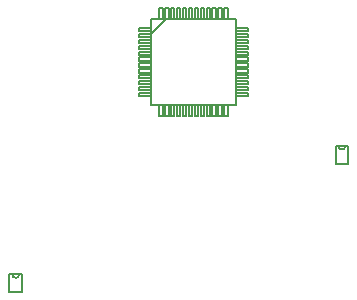
<source format=gbr>
G04 #@! TF.FileFunction,Drawing*
%FSLAX46Y46*%
G04 Gerber Fmt 4.6, Leading zero omitted, Abs format (unit mm)*
G04 Created by KiCad (PCBNEW 4.0.7-e2-6376~58~ubuntu16.04.1) date Mon Apr 30 10:34:26 2018*
%MOMM*%
%LPD*%
G01*
G04 APERTURE LIST*
%ADD10C,0.100000*%
%ADD11C,0.152400*%
G04 APERTURE END LIST*
D10*
D11*
X151450300Y-134594600D02*
X151729700Y-134594600D01*
X151729700Y-134594600D02*
X151729700Y-133604000D01*
X151729700Y-133604000D02*
X151450300Y-133604000D01*
X151450300Y-133604000D02*
X151450300Y-134594600D01*
X150950300Y-134594600D02*
X151229700Y-134594600D01*
X151229700Y-134594600D02*
X151229700Y-133604000D01*
X151229700Y-133604000D02*
X150950300Y-133604000D01*
X150950300Y-133604000D02*
X150950300Y-134594600D01*
X150450300Y-134594600D02*
X150729700Y-134594600D01*
X150729700Y-134594600D02*
X150729700Y-133604000D01*
X150729700Y-133604000D02*
X150450300Y-133604000D01*
X150450300Y-133604000D02*
X150450300Y-134594600D01*
X149950300Y-134594600D02*
X150229700Y-134594600D01*
X150229700Y-134594600D02*
X150229700Y-133604000D01*
X150229700Y-133604000D02*
X149950300Y-133604000D01*
X149950300Y-133604000D02*
X149950300Y-134594600D01*
X149450300Y-134594600D02*
X149729700Y-134594600D01*
X149729700Y-134594600D02*
X149729700Y-133604000D01*
X149729700Y-133604000D02*
X149450300Y-133604000D01*
X149450300Y-133604000D02*
X149450300Y-134594600D01*
X148950300Y-134594600D02*
X149229700Y-134594600D01*
X149229700Y-134594600D02*
X149229700Y-133604000D01*
X149229700Y-133604000D02*
X148950300Y-133604000D01*
X148950300Y-133604000D02*
X148950300Y-134594600D01*
X148450300Y-134594600D02*
X148729700Y-134594600D01*
X148729700Y-134594600D02*
X148729700Y-133604000D01*
X148729700Y-133604000D02*
X148450300Y-133604000D01*
X148450300Y-133604000D02*
X148450300Y-134594600D01*
X147950300Y-134594600D02*
X148229700Y-134594600D01*
X148229700Y-134594600D02*
X148229700Y-133604000D01*
X148229700Y-133604000D02*
X147950300Y-133604000D01*
X147950300Y-133604000D02*
X147950300Y-134594600D01*
X147450300Y-134594600D02*
X147729700Y-134594600D01*
X147729700Y-134594600D02*
X147729700Y-133604000D01*
X147729700Y-133604000D02*
X147450300Y-133604000D01*
X147450300Y-133604000D02*
X147450300Y-134594600D01*
X146950300Y-134594600D02*
X147229700Y-134594600D01*
X147229700Y-134594600D02*
X147229700Y-133604000D01*
X147229700Y-133604000D02*
X146950300Y-133604000D01*
X146950300Y-133604000D02*
X146950300Y-134594600D01*
X146450300Y-134594600D02*
X146729700Y-134594600D01*
X146729700Y-134594600D02*
X146729700Y-133604000D01*
X146729700Y-133604000D02*
X146450300Y-133604000D01*
X146450300Y-133604000D02*
X146450300Y-134594600D01*
X145950300Y-134594600D02*
X146229700Y-134594600D01*
X146229700Y-134594600D02*
X146229700Y-133604000D01*
X146229700Y-133604000D02*
X145950300Y-133604000D01*
X145950300Y-133604000D02*
X145950300Y-134594600D01*
X145233200Y-135591100D02*
X145233200Y-135311700D01*
X145233200Y-135311700D02*
X144242600Y-135311700D01*
X144242600Y-135311700D02*
X144242600Y-135591100D01*
X144242600Y-135591100D02*
X145233200Y-135591100D01*
X145233200Y-136091100D02*
X145233200Y-135811700D01*
X145233200Y-135811700D02*
X144242600Y-135811700D01*
X144242600Y-135811700D02*
X144242600Y-136091100D01*
X144242600Y-136091100D02*
X145233200Y-136091100D01*
X145233200Y-136591100D02*
X145233200Y-136311700D01*
X145233200Y-136311700D02*
X144242600Y-136311700D01*
X144242600Y-136311700D02*
X144242600Y-136591100D01*
X144242600Y-136591100D02*
X145233200Y-136591100D01*
X145233200Y-137091100D02*
X145233200Y-136811700D01*
X145233200Y-136811700D02*
X144242600Y-136811700D01*
X144242600Y-136811700D02*
X144242600Y-137091100D01*
X144242600Y-137091100D02*
X145233200Y-137091100D01*
X145233200Y-137591100D02*
X145233200Y-137311700D01*
X145233200Y-137311700D02*
X144242600Y-137311700D01*
X144242600Y-137311700D02*
X144242600Y-137591100D01*
X144242600Y-137591100D02*
X145233200Y-137591100D01*
X145233200Y-138091100D02*
X145233200Y-137811700D01*
X145233200Y-137811700D02*
X144242600Y-137811700D01*
X144242600Y-137811700D02*
X144242600Y-138091100D01*
X144242600Y-138091100D02*
X145233200Y-138091100D01*
X145233200Y-138591100D02*
X145233200Y-138311700D01*
X145233200Y-138311700D02*
X144242600Y-138311700D01*
X144242600Y-138311700D02*
X144242600Y-138591100D01*
X144242600Y-138591100D02*
X145233200Y-138591100D01*
X145233200Y-139091100D02*
X145233200Y-138811700D01*
X145233200Y-138811700D02*
X144242600Y-138811700D01*
X144242600Y-138811700D02*
X144242600Y-139091100D01*
X144242600Y-139091100D02*
X145233200Y-139091100D01*
X145233200Y-139591100D02*
X145233200Y-139311700D01*
X145233200Y-139311700D02*
X144242600Y-139311700D01*
X144242600Y-139311700D02*
X144242600Y-139591100D01*
X144242600Y-139591100D02*
X145233200Y-139591100D01*
X145233200Y-140091100D02*
X145233200Y-139811700D01*
X145233200Y-139811700D02*
X144242600Y-139811700D01*
X144242600Y-139811700D02*
X144242600Y-140091100D01*
X144242600Y-140091100D02*
X145233200Y-140091100D01*
X145233200Y-140591100D02*
X145233200Y-140311700D01*
X145233200Y-140311700D02*
X144242600Y-140311700D01*
X144242600Y-140311700D02*
X144242600Y-140591100D01*
X144242600Y-140591100D02*
X145233200Y-140591100D01*
X145233200Y-141091100D02*
X145233200Y-140811700D01*
X145233200Y-140811700D02*
X144242600Y-140811700D01*
X144242600Y-140811700D02*
X144242600Y-141091100D01*
X144242600Y-141091100D02*
X145233200Y-141091100D01*
X146229700Y-141808200D02*
X145950300Y-141808200D01*
X145950300Y-141808200D02*
X145950300Y-142798800D01*
X145950300Y-142798800D02*
X146229700Y-142798800D01*
X146229700Y-142798800D02*
X146229700Y-141808200D01*
X146729700Y-141808200D02*
X146450300Y-141808200D01*
X146450300Y-141808200D02*
X146450300Y-142798800D01*
X146450300Y-142798800D02*
X146729700Y-142798800D01*
X146729700Y-142798800D02*
X146729700Y-141808200D01*
X147229700Y-141808200D02*
X146950300Y-141808200D01*
X146950300Y-141808200D02*
X146950300Y-142798800D01*
X146950300Y-142798800D02*
X147229700Y-142798800D01*
X147229700Y-142798800D02*
X147229700Y-141808200D01*
X147729700Y-141808200D02*
X147450300Y-141808200D01*
X147450300Y-141808200D02*
X147450300Y-142798800D01*
X147450300Y-142798800D02*
X147729700Y-142798800D01*
X147729700Y-142798800D02*
X147729700Y-141808200D01*
X148229700Y-141808200D02*
X147950300Y-141808200D01*
X147950300Y-141808200D02*
X147950300Y-142798800D01*
X147950300Y-142798800D02*
X148229700Y-142798800D01*
X148229700Y-142798800D02*
X148229700Y-141808200D01*
X148729700Y-141808200D02*
X148450300Y-141808200D01*
X148450300Y-141808200D02*
X148450300Y-142798800D01*
X148450300Y-142798800D02*
X148729700Y-142798800D01*
X148729700Y-142798800D02*
X148729700Y-141808200D01*
X149229700Y-141808200D02*
X148950300Y-141808200D01*
X148950300Y-141808200D02*
X148950300Y-142798800D01*
X148950300Y-142798800D02*
X149229700Y-142798800D01*
X149229700Y-142798800D02*
X149229700Y-141808200D01*
X149729700Y-141808200D02*
X149450300Y-141808200D01*
X149450300Y-141808200D02*
X149450300Y-142798800D01*
X149450300Y-142798800D02*
X149729700Y-142798800D01*
X149729700Y-142798800D02*
X149729700Y-141808200D01*
X150229700Y-141808200D02*
X149950300Y-141808200D01*
X149950300Y-141808200D02*
X149950300Y-142798800D01*
X149950300Y-142798800D02*
X150229700Y-142798800D01*
X150229700Y-142798800D02*
X150229700Y-141808200D01*
X150729700Y-141808200D02*
X150450300Y-141808200D01*
X150450300Y-141808200D02*
X150450300Y-142798800D01*
X150450300Y-142798800D02*
X150729700Y-142798800D01*
X150729700Y-142798800D02*
X150729700Y-141808200D01*
X151229700Y-141808200D02*
X150950300Y-141808200D01*
X150950300Y-141808200D02*
X150950300Y-142798800D01*
X150950300Y-142798800D02*
X151229700Y-142798800D01*
X151229700Y-142798800D02*
X151229700Y-141808200D01*
X151729700Y-141808200D02*
X151450300Y-141808200D01*
X151450300Y-141808200D02*
X151450300Y-142798800D01*
X151450300Y-142798800D02*
X151729700Y-142798800D01*
X151729700Y-142798800D02*
X151729700Y-141808200D01*
X152446800Y-140811700D02*
X152446800Y-141091100D01*
X152446800Y-141091100D02*
X153437400Y-141091100D01*
X153437400Y-141091100D02*
X153437400Y-140811700D01*
X153437400Y-140811700D02*
X152446800Y-140811700D01*
X152446800Y-140311700D02*
X152446800Y-140591100D01*
X152446800Y-140591100D02*
X153437400Y-140591100D01*
X153437400Y-140591100D02*
X153437400Y-140311700D01*
X153437400Y-140311700D02*
X152446800Y-140311700D01*
X152446800Y-139811700D02*
X152446800Y-140091100D01*
X152446800Y-140091100D02*
X153437400Y-140091100D01*
X153437400Y-140091100D02*
X153437400Y-139811700D01*
X153437400Y-139811700D02*
X152446800Y-139811700D01*
X152446800Y-139311700D02*
X152446800Y-139591100D01*
X152446800Y-139591100D02*
X153437400Y-139591100D01*
X153437400Y-139591100D02*
X153437400Y-139311700D01*
X153437400Y-139311700D02*
X152446800Y-139311700D01*
X152446800Y-138811700D02*
X152446800Y-139091100D01*
X152446800Y-139091100D02*
X153437400Y-139091100D01*
X153437400Y-139091100D02*
X153437400Y-138811700D01*
X153437400Y-138811700D02*
X152446800Y-138811700D01*
X152446800Y-138311700D02*
X152446800Y-138591100D01*
X152446800Y-138591100D02*
X153437400Y-138591100D01*
X153437400Y-138591100D02*
X153437400Y-138311700D01*
X153437400Y-138311700D02*
X152446800Y-138311700D01*
X152446800Y-137811700D02*
X152446800Y-138091100D01*
X152446800Y-138091100D02*
X153437400Y-138091100D01*
X153437400Y-138091100D02*
X153437400Y-137811700D01*
X153437400Y-137811700D02*
X152446800Y-137811700D01*
X152446800Y-137311700D02*
X152446800Y-137591100D01*
X152446800Y-137591100D02*
X153437400Y-137591100D01*
X153437400Y-137591100D02*
X153437400Y-137311700D01*
X153437400Y-137311700D02*
X152446800Y-137311700D01*
X152446800Y-136811700D02*
X152446800Y-137091100D01*
X152446800Y-137091100D02*
X153437400Y-137091100D01*
X153437400Y-137091100D02*
X153437400Y-136811700D01*
X153437400Y-136811700D02*
X152446800Y-136811700D01*
X152446800Y-136311700D02*
X152446800Y-136591100D01*
X152446800Y-136591100D02*
X153437400Y-136591100D01*
X153437400Y-136591100D02*
X153437400Y-136311700D01*
X153437400Y-136311700D02*
X152446800Y-136311700D01*
X152446800Y-135811700D02*
X152446800Y-136091100D01*
X152446800Y-136091100D02*
X153437400Y-136091100D01*
X153437400Y-136091100D02*
X153437400Y-135811700D01*
X153437400Y-135811700D02*
X152446800Y-135811700D01*
X152446800Y-135311700D02*
X152446800Y-135591100D01*
X152446800Y-135591100D02*
X153437400Y-135591100D01*
X153437400Y-135591100D02*
X153437400Y-135311700D01*
X153437400Y-135311700D02*
X152446800Y-135311700D01*
X145233200Y-135864600D02*
X146503200Y-134594600D01*
X145233200Y-141808200D02*
X152446800Y-141808200D01*
X152446800Y-141808200D02*
X152446800Y-141808200D01*
X152446800Y-141808200D02*
X152446800Y-134594600D01*
X152446800Y-134594600D02*
X152446800Y-134594600D01*
X152446800Y-134594600D02*
X145233200Y-134594600D01*
X145233200Y-134594600D02*
X145233200Y-134594600D01*
X145233200Y-134594600D02*
X145233200Y-141808200D01*
X145233200Y-141808200D02*
X145233200Y-141808200D01*
X160880999Y-146808001D02*
X161930999Y-146808001D01*
X161930999Y-146808001D02*
X161930999Y-145308001D01*
X161930999Y-145308001D02*
X160880999Y-145308001D01*
X160880999Y-145308001D02*
X160880999Y-146808001D01*
X161101199Y-145308001D02*
G75*
G03X161710799Y-145308001I304800J0D01*
G01*
X133258499Y-157666501D02*
X134308499Y-157666501D01*
X134308499Y-157666501D02*
X134308499Y-156166501D01*
X134308499Y-156166501D02*
X133258499Y-156166501D01*
X133258499Y-156166501D02*
X133258499Y-157666501D01*
X133478699Y-156166501D02*
G75*
G03X134088299Y-156166501I304800J0D01*
G01*
M02*

</source>
